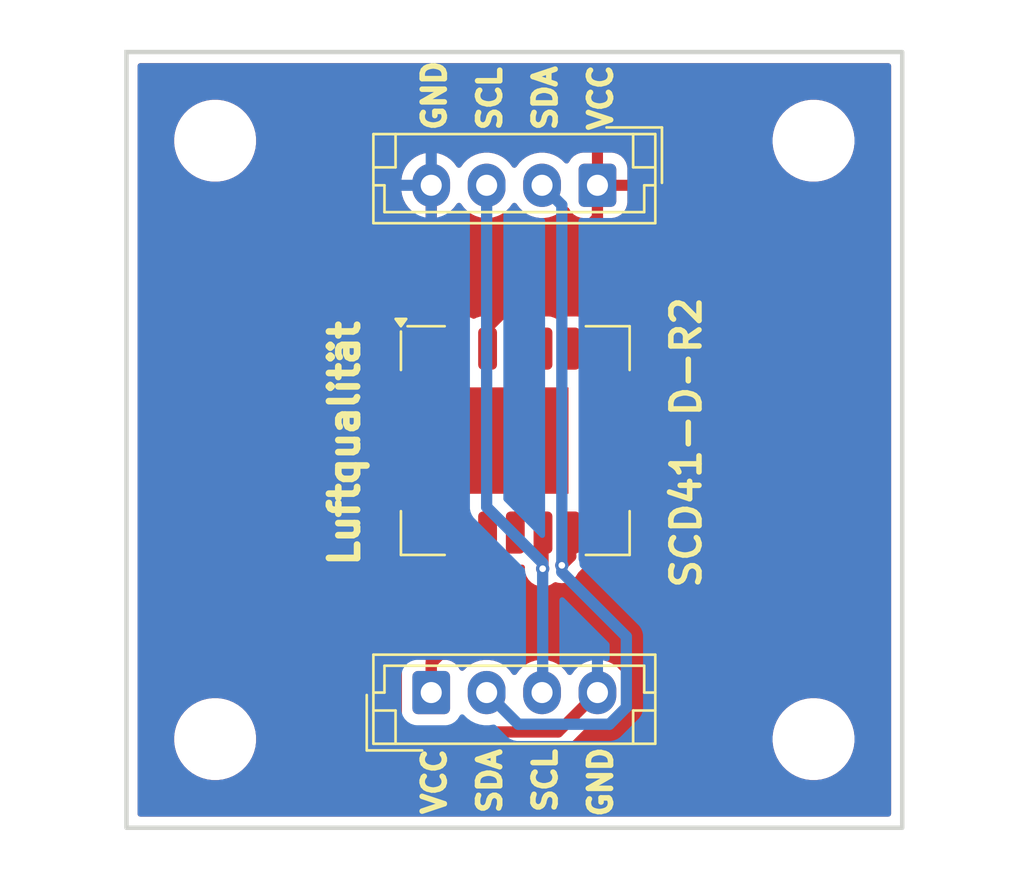
<source format=kicad_pcb>
(kicad_pcb (version 20240108) (generator "pcbnew") (generator_version "8.0")
  (layers (0 "F.Cu" signal) (31 "B.Cu" signal) (34 "B.Paste" user) (35 "F.Paste" user) (36 "B.SilkS" user "B.Silkscreen") (37 "F.SilkS" user "F.Silkscreen") (38 "B.Mask" user) (39 "F.Mask" user) (44 "Edge.Cuts" user))
  (net 0 "")
  (net 1 "VCC")
  (net 2 "SDA")
  (net 3 "SCL")
  (net 4 "GND")
  (footprint "Connector_JST:JST_EH_B4B-EH-A_1x04_P2.50mm_Vertical" (layer "F.Cu") (at 131.25 66.0124 180)
    (property "Reference" "J1" (hide yes))
    (property "Value" "~")
    (fp_line (start 10.11 2.31) (end 10.11 -1.71) (stroke (width 0.12)) (layer "F.SilkS"))
    (fp_line (start 10.11 0.81) (end 9.11 0.81) (stroke (width 0.12)) (layer "F.SilkS"))
    (fp_line (start 10.11 -1.71) (end -2.61 -1.71) (stroke (width 0.12)) (layer "F.SilkS"))
    (fp_line (start 9.61 0) (end 10.11 0) (stroke (width 0.12)) (layer "F.SilkS"))
    (fp_line (start 9.61 -1.21) (end 9.61 0) (stroke (width 0.12)) (layer "F.SilkS"))
    (fp_line (start 9.11 0.81) (end 9.11 2.31) (stroke (width 0.12)) (layer "F.SilkS"))
    (fp_line (start -1.61 0.81) (end -1.61 2.31) (stroke (width 0.12)) (layer "F.SilkS"))
    (fp_line (start -2.11 0) (end -2.11 -1.21) (stroke (width 0.12)) (layer "F.SilkS"))
    (fp_line (start -2.11 -1.21) (end 9.61 -1.21) (stroke (width 0.12)) (layer "F.SilkS"))
    (fp_line (start -2.61 2.31) (end 10.11 2.31) (stroke (width 0.12)) (layer "F.SilkS"))
    (fp_line (start -2.61 0.81) (end -1.61 0.81) (stroke (width 0.12)) (layer "F.SilkS"))
    (fp_line (start -2.61 0) (end -2.11 0) (stroke (width 0.12)) (layer "F.SilkS"))
    (fp_line (start -2.61 -1.71) (end -2.61 2.31) (stroke (width 0.12)) (layer "F.SilkS"))
    (fp_line (start -2.91 2.61) (end -0.41 2.61) (stroke (width 0.12)) (layer "F.SilkS"))
    (fp_line (start -2.91 0.11) (end -2.91 2.61) (stroke (width 0.12)) (layer "F.SilkS"))
    (pad "1" thru_hole roundrect (at 0 0 180) (size 1.7 1.95) (drill 0.95) (layers "*.Cu" "*.Mask") (roundrect_rratio 0.147059) (net 1 "VCC"))
    (pad "2" thru_hole oval (at 2.5 0 180) (size 1.7 1.95) (drill 0.95) (layers "*.Cu" "*.Mask") (net 2 "SDA"))
    (pad "3" thru_hole oval (at 5 0 180) (size 1.7 1.95) (drill 0.95) (layers "*.Cu" "*.Mask") (net 3 "SCL"))
    (pad "4" thru_hole oval (at 7.5 0 180) (size 1.7 1.95) (drill 0.95) (layers "*.Cu" "*.Mask") (net 4 "GND"))
  )
  (footprint "Sensor:Sensirion_SCD4x-1EP_10.1x10.1mm_P1.25mm_EP4.8x4.8mm" (layer "F.Cu") (at 127.5425 77.5307)
    (property "Reference" "U1" (hide yes))
    (property "Value" "~")
    (fp_line (start -5.16 -3.185) (end -5.16 -4.92) (stroke (width 0.12)) (layer "F.SilkS"))
    (fp_line (start -5.16 5.16) (end -5.16 3.185) (stroke (width 0.12)) (layer "F.SilkS"))
    (fp_line (start -3.185 -5.16) (end -4.86 -5.16) (stroke (width 0.12)) (layer "F.SilkS"))
    (fp_line (start -3.185 5.16) (end -5.16 5.16) (stroke (width 0.12)) (layer "F.SilkS"))
    (fp_line (start 3.185 -5.16) (end 5.16 -5.16) (stroke (width 0.12)) (layer "F.SilkS"))
    (fp_line (start 3.185 5.16) (end 5.16 5.16) (stroke (width 0.12)) (layer "F.SilkS"))
    (fp_line (start 5.16 -5.16) (end 5.16 -3.185) (stroke (width 0.12)) (layer "F.SilkS"))
    (fp_line (start 5.16 5.16) (end 5.16 3.185) (stroke (width 0.12)) (layer "F.SilkS"))
    (fp_poly (pts (xy -5.16 -5.16) (xy -5.4 -5.49) (xy -4.92 -5.49) (xy -5.16 -5.16)) (stroke (width 0.12)) (fill solid) (layer "F.SilkS"))
    (pad "1" smd roundrect (at -4.15 -2.5) (size 1.9 0.85) (layers "F.Cu" "F.Paste" "F.Mask"))
    (pad "2" smd roundrect (at -4.15 -1.25) (size 1.9 0.85) (layers "F.Cu" "F.Paste" "F.Mask"))
    (pad "3" smd roundrect (at -4.15 0) (size 1.9 0.85) (layers "F.Cu" "F.Paste" "F.Mask"))
    (pad "4" smd roundrect (at -4.15 1.25) (size 1.9 0.85) (layers "F.Cu" "F.Paste" "F.Mask"))
    (pad "5" smd roundrect (at -4.15 2.5) (size 1.9 0.85) (layers "F.Cu" "F.Paste" "F.Mask"))
    (pad "6" smd roundrect (at -2.5 4.15) (size 0.85 1.9) (layers "F.Cu" "F.Paste" "F.Mask") (net 4 "GND"))
    (pad "7" smd roundrect (at -1.25 4.15) (size 0.85 1.9) (layers "F.Cu" "F.Paste" "F.Mask") (net 1 "VCC"))
    (pad "8" smd roundrect (at 0 4.15) (size 0.85 1.9) (layers "F.Cu" "F.Paste" "F.Mask"))
    (pad "9" smd roundrect (at 1.25 4.15) (size 0.85 1.9) (layers "F.Cu" "F.Paste" "F.Mask") (net 3 "SCL"))
    (pad "10" smd roundrect (at 2.5 4.15) (size 0.85 1.9) (layers "F.Cu" "F.Paste" "F.Mask") (net 2 "SDA"))
    (pad "11" smd roundrect (at 4.15 2.5) (size 1.9 0.85) (layers "F.Cu" "F.Paste" "F.Mask"))
    (pad "12" smd roundrect (at 4.15 1.25) (size 1.9 0.85) (layers "F.Cu" "F.Paste" "F.Mask"))
    (pad "13" smd roundrect (at 4.15 0) (size 1.9 0.85) (layers "F.Cu" "F.Paste" "F.Mask"))
    (pad "14" smd roundrect (at 4.15 -1.25) (size 1.9 0.85) (layers "F.Cu" "F.Paste" "F.Mask"))
    (pad "15" smd roundrect (at 4.15 -2.5) (size 1.9 0.85) (layers "F.Cu" "F.Paste" "F.Mask"))
    (pad "16" smd roundrect (at 2.5 -4.15) (size 0.85 1.9) (layers "F.Cu" "F.Paste" "F.Mask"))
    (pad "17" smd roundrect (at 1.25 -4.15) (size 0.85 1.9) (layers "F.Cu" "F.Paste" "F.Mask"))
    (pad "18" smd roundrect (at 0 -4.15) (size 0.85 1.9) (layers "F.Cu" "F.Paste" "F.Mask"))
    (pad "19" smd roundrect (at -1.25 -4.15) (size 0.85 1.9) (layers "F.Cu" "F.Paste" "F.Mask") (net 1 "VCC"))
    (pad "20" smd roundrect (at -2.5 -4.15) (size 0.85 1.9) (layers "F.Cu" "F.Paste" "F.Mask") (net 4 "GND"))
    (pad "21" smd rect (at 0 0) (size 4.8 4.8) (property pad_prop_heatsink) (layers "F.Cu" "F.Mask") (net 4 "GND"))
  )
  (footprint "MountingHole:MountingHole_3.2mm_M3" (layer "F.Cu") (at 114 91)
    (property "Reference" "REF**" (hide yes))
    (property "Value" "MountingHole_3.2mm_M3")
    (pad "" np_thru_hole circle (at 0 0) (size 3.2 3.2) (drill 3.2) (layers "*.Cu" "*.Mask"))
  )
  (footprint "MountingHole:MountingHole_3.2mm_M3" (layer "F.Cu") (at 114 64)
    (property "Reference" "REF**" (hide yes))
    (property "Value" "MountingHole_3.2mm_M3")
    (pad "" np_thru_hole circle (at 0 0) (size 3.2 3.2) (drill 3.2) (layers "*.Cu" "*.Mask"))
  )
  (footprint "MountingHole:MountingHole_3.2mm_M3" (layer "F.Cu") (at 141 91)
    (property "Reference" "REF**" (hide yes))
    (property "Value" "MountingHole_3.2mm_M3")
    (pad "" np_thru_hole circle (at 0 0) (size 3.2 3.2) (drill 3.2) (layers "*.Cu" "*.Mask"))
  )
  (footprint "Connector_JST:JST_EH_B4B-EH-A_1x04_P2.50mm_Vertical" (layer "F.Cu") (at 123.75 88.9)
    (property "Reference" "J2" (hide yes))
    (property "Value" "~")
    (fp_line (start -2.91 0.11) (end -2.91 2.61) (stroke (width 0.12)) (layer "F.SilkS"))
    (fp_line (start -2.91 2.61) (end -0.41 2.61) (stroke (width 0.12)) (layer "F.SilkS"))
    (fp_line (start -2.61 -1.71) (end -2.61 2.31) (stroke (width 0.12)) (layer "F.SilkS"))
    (fp_line (start -2.61 0) (end -2.11 0) (stroke (width 0.12)) (layer "F.SilkS"))
    (fp_line (start -2.61 0.81) (end -1.61 0.81) (stroke (width 0.12)) (layer "F.SilkS"))
    (fp_line (start -2.61 2.31) (end 10.11 2.31) (stroke (width 0.12)) (layer "F.SilkS"))
    (fp_line (start -2.11 -1.21) (end 9.61 -1.21) (stroke (width 0.12)) (layer "F.SilkS"))
    (fp_line (start -2.11 0) (end -2.11 -1.21) (stroke (width 0.12)) (layer "F.SilkS"))
    (fp_line (start -1.61 0.81) (end -1.61 2.31) (stroke (width 0.12)) (layer "F.SilkS"))
    (fp_line (start 9.11 0.81) (end 9.11 2.31) (stroke (width 0.12)) (layer "F.SilkS"))
    (fp_line (start 9.61 -1.21) (end 9.61 0) (stroke (width 0.12)) (layer "F.SilkS"))
    (fp_line (start 9.61 0) (end 10.11 0) (stroke (width 0.12)) (layer "F.SilkS"))
    (fp_line (start 10.11 -1.71) (end -2.61 -1.71) (stroke (width 0.12)) (layer "F.SilkS"))
    (fp_line (start 10.11 0.81) (end 9.11 0.81) (stroke (width 0.12)) (layer "F.SilkS"))
    (fp_line (start 10.11 2.31) (end 10.11 -1.71) (stroke (width 0.12)) (layer "F.SilkS"))
    (pad "1" thru_hole roundrect (at 0 0) (size 1.7 1.95) (drill 0.95) (layers "*.Cu" "*.Mask") (roundrect_rratio 0.147059) (net 1 "VCC"))
    (pad "2" thru_hole oval (at 2.5 0) (size 1.7 1.95) (drill 0.95) (layers "*.Cu" "*.Mask") (net 2 "SDA"))
    (pad "3" thru_hole oval (at 5 0) (size 1.7 1.95) (drill 0.95) (layers "*.Cu" "*.Mask") (net 3 "SCL"))
    (pad "4" thru_hole oval (at 7.5 0) (size 1.7 1.95) (drill 0.95) (layers "*.Cu" "*.Mask") (net 4 "GND"))
  )
  (footprint "MountingHole:MountingHole_3.2mm_M3" (layer "F.Cu") (at 141 64)
    (property "Reference" "REF**" (hide yes))
    (property "Value" "MountingHole_3.2mm_M3")
    (pad "" np_thru_hole circle (at 0 0) (size 3.2 3.2) (drill 3.2) (layers "*.Cu" "*.Mask"))
  )
  (gr_rect (start 110 60) (end 145 95) (stroke (width 0.2)) (fill none) (layer "Edge.Cuts"))
  (gr_text "Luftqualität" (at 120.575 83.326796 90) (layer "F.SilkS") (effects (font (size 1.27 1.27) (thickness 0.3) (bold yes)) (justify left bottom)))
  (gr_text "SCD41-D-R2" (at 136 84.310129 90) (layer "F.SilkS") (effects (font (size 1.27 1.27) (thickness 0.25) (bold yes)) (justify left bottom)))
  (gr_text "SDA" (at 126.975 94.461905 90) (layer "F.SilkS") (effects (font (size 1 1) (thickness 0.25) (bold yes)) (justify left bottom)))
  (gr_text "GND" (at 131.97625 94.625 90) (layer "F.SilkS") (effects (font (size 1 1) (thickness 0.25) (bold yes)) (justify left bottom)))
  (gr_text "VCC\n" (at 131.97625 63.65 90) (layer "F.SilkS") (effects (font (size 1 1) (thickness 0.25) (bold yes)) (justify left bottom)))
  (gr_text "SCL\n" (at 126.97625 63.65 90) (layer "F.SilkS") (effects (font (size 1 1) (thickness 0.25) (bold yes)) (justify left bottom)))
  (gr_text "GND" (at 124.47625 63.65 90) (layer "F.SilkS") (effects (font (size 1 1) (thickness 0.25) (bold yes)) (justify left bottom)))
  (gr_text "SCL\n" (at 129.475 94.414286 90) (layer "F.SilkS") (effects (font (size 1 1) (thickness 0.25) (bold yes)) (justify left bottom)))
  (gr_text "VCC\n" (at 124.475 94.509524 90) (layer "F.SilkS") (effects (font (size 1 1) (thickness 0.25) (bold yes)) (justify left bottom)))
  (gr_text "SDA" (at 129.47625 63.65 90) (layer "F.SilkS") (effects (font (size 1 1) (thickness 0.25) (bold yes)) (justify left bottom)))
  (segment (start 126.2925 73.3807) (end 126.2925 72.430701) (width 0.508) (layer "F.Cu") (net 1))
  (segment (start 128.0636 70.6596) (end 131.25 67.473201) (width 0.508) (layer "F.Cu") (net 1))
  (segment (start 128.0636 70.6596) (end 129.6596 70.6596) (width 0.508) (layer "F.Cu") (net 1))
  (segment (start 131.25 67.473201) (end 131.25 66.0124) (width 0.508) (layer "F.Cu") (net 1))
  (segment (start 133.425 74.425) (end 133.425 81.4) (width 0.508) (layer "F.Cu") (net 1))
  (segment (start 133.425 81.4) (end 129.7895 85.0355) (width 0.508) (layer "F.Cu") (net 1))
  (segment (start 126.2925 85.0355) (end 123.75 87.578) (width 0.508) (layer "F.Cu") (net 1))
  (segment (start 126.2925 81.6807) (end 126.2925 85.0355) (width 0.508) (layer "F.Cu") (net 1))
  (segment (start 129.7895 85.0355) (end 126.2925 85.0355) (width 0.508) (layer "F.Cu") (net 1))
  (segment (start 126.2925 72.430701) (end 128.0636 70.6596) (width 0.508) (layer "F.Cu") (net 1))
  (segment (start 129.6596 70.6596) (end 133.425 74.425) (width 0.508) (layer "F.Cu") (net 1))
  (segment (start 123.75 87.578) (end 123.75 88.9) (width 0.508) (layer "F.Cu") (net 1))
  (segment (start 129.641841 83.159841) (end 130.0425 82.759182) (width 0.508) (layer "F.Cu") (net 2))
  (segment (start 130.0425 82.759182) (end 130.0425 81.6807) (width 0.508) (layer "F.Cu") (net 2))
  (via (at 129.641841 83.159841) (size 0.6) (drill 0.3) (layers "F.Cu" "B.Cu") (net 2))
  (segment (start 131.790134 90.329) (end 127.679 90.329) (width 0.508) (layer "B.Cu") (net 2))
  (segment (start 129.641841 83.464159) (end 132.554 86.376318) (width 0.508) (layer "B.Cu") (net 2))
  (segment (start 132.554 89.565134) (end 131.790134 90.329) (width 0.508) (layer "B.Cu") (net 2))
  (segment (start 129.641841 83.159841) (end 129.641841 66.904241) (width 0.508) (layer "B.Cu") (net 2))
  (segment (start 129.641841 66.904241) (end 128.75 66.0124) (width 0.508) (layer "B.Cu") (net 2))
  (segment (start 132.554 86.376318) (end 132.554 89.565134) (width 0.508) (layer "B.Cu") (net 2))
  (segment (start 127.679 90.329) (end 126.25 88.9) (width 0.508) (layer "B.Cu") (net 2))
  (segment (start 129.641841 83.159841) (end 129.641841 83.464159) (width 0.508) (layer "B.Cu") (net 2))
  (segment (start 128.7925 83.2975) (end 128.7925 81.6807) (width 0.508) (layer "F.Cu") (net 3))
  (segment (start 128.778 83.312) (end 128.7925 83.2975) (width 0.508) (layer "F.Cu") (net 3))
  (via (at 128.778 83.312) (size 0.6) (drill 0.3) (layers "F.Cu" "B.Cu") (net 3))
  (segment (start 126.25 80.53) (end 126.25 66.0124) (width 0.508) (layer "B.Cu") (net 3))
  (segment (start 128.778 88.872) (end 128.75 88.9) (width 0.508) (layer "B.Cu") (net 3))
  (segment (start 128.778 83.312) (end 128.778 83.058) (width 0.508) (layer "B.Cu") (net 3))
  (segment (start 128.778 83.058) (end 126.25 80.53) (width 0.508) (layer "B.Cu") (net 3))
  (segment (start 128.778 83.312) (end 128.778 88.872) (width 0.508) (layer "B.Cu") (net 3))
  (segment (start 125.0425 75.0307) (end 127.5425 77.5307) (width 0.508) (layer "F.Cu") (net 4))
  (segment (start 125.0425 84.5075) (end 122.174 87.376) (width 0.508) (layer "F.Cu") (net 4))
  (segment (start 123.75 66.0124) (end 123.75 72.0882) (width 0.508) (layer "F.Cu") (net 4))
  (segment (start 122.682 90.678) (end 129.472 90.678) (width 0.508) (layer "F.Cu") (net 4))
  (segment (start 122.174 87.376) (end 122.174 90.17) (width 0.508) (layer "F.Cu") (net 4))
  (segment (start 125.0425 73.3807) (end 125.0425 75.0307) (width 0.508) (layer "F.Cu") (net 4))
  (segment (start 127.5425 77.5307) (end 125.0425 80.0307) (width 0.508) (layer "F.Cu") (net 4))
  (segment (start 125.0425 81.6807) (end 125.0425 84.5075) (width 0.508) (layer "F.Cu") (net 4))
  (segment (start 123.75 72.0882) (end 125.0425 73.3807) (width 0.508) (layer "F.Cu") (net 4))
  (segment (start 129.472 90.678) (end 131.25 88.9) (width 0.508) (layer "F.Cu") (net 4))
  (segment (start 125.0425 80.0307) (end 125.0425 81.6807) (width 0.508) (layer "F.Cu") (net 4))
  (segment (start 122.174 90.17) (end 122.682 90.678) (width 0.508) (layer "F.Cu") (net 4))
  (zone (net 1) (net_name "VCC") (layer "F.Cu") (priority 1) (connect_pads (clearance 0.5)) (min_thickness 0.25) (fill yes (thermal_gap 0.5) (thermal_bridge_width 0.5) (island_removal_mode 1) (island_area_min 10))
    (polygon (pts (xy 145 60) (xy 110 60) (xy 110 95) (xy 145 95)))
  )
  (zone (net 4) (net_name "GND") (layer "B.Cu") (connect_pads (clearance 0.5)) (min_thickness 0.25) (fill yes (thermal_gap 0.5) (thermal_bridge_width 0.5) (island_removal_mode 1) (island_area_min 10))
    (polygon (pts (xy 145 60) (xy 110 60) (xy 110 95) (xy 145 95)))
  )
)
</source>
